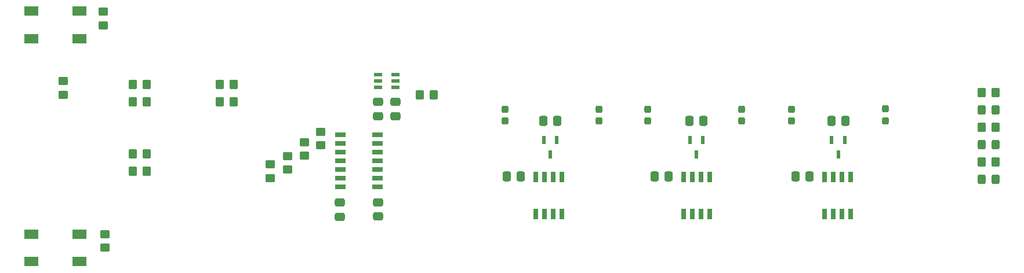
<source format=gtp>
G04 #@! TF.GenerationSoftware,KiCad,Pcbnew,(6.0.6)*
G04 #@! TF.CreationDate,2022-11-03T02:00:48+09:00*
G04 #@! TF.ProjectId,mt_reflowcnt,6d745f72-6566-46c6-9f77-636e742e6b69,rev?*
G04 #@! TF.SameCoordinates,Original*
G04 #@! TF.FileFunction,Paste,Top*
G04 #@! TF.FilePolarity,Positive*
%FSLAX46Y46*%
G04 Gerber Fmt 4.6, Leading zero omitted, Abs format (unit mm)*
G04 Created by KiCad (PCBNEW (6.0.6)) date 2022-11-03 02:00:48*
%MOMM*%
%LPD*%
G01*
G04 APERTURE LIST*
G04 Aperture macros list*
%AMRoundRect*
0 Rectangle with rounded corners*
0 $1 Rounding radius*
0 $2 $3 $4 $5 $6 $7 $8 $9 X,Y pos of 4 corners*
0 Add a 4 corners polygon primitive as box body*
4,1,4,$2,$3,$4,$5,$6,$7,$8,$9,$2,$3,0*
0 Add four circle primitives for the rounded corners*
1,1,$1+$1,$2,$3*
1,1,$1+$1,$4,$5*
1,1,$1+$1,$6,$7*
1,1,$1+$1,$8,$9*
0 Add four rect primitives between the rounded corners*
20,1,$1+$1,$2,$3,$4,$5,0*
20,1,$1+$1,$4,$5,$6,$7,0*
20,1,$1+$1,$6,$7,$8,$9,0*
20,1,$1+$1,$8,$9,$2,$3,0*%
G04 Aperture macros list end*
%ADD10R,2.000000X1.400000*%
%ADD11R,1.200000X0.600000*%
%ADD12R,0.650000X1.525000*%
%ADD13RoundRect,0.250000X-0.450000X0.350000X-0.450000X-0.350000X0.450000X-0.350000X0.450000X0.350000X0*%
%ADD14RoundRect,0.250000X0.325000X0.450000X-0.325000X0.450000X-0.325000X-0.450000X0.325000X-0.450000X0*%
%ADD15RoundRect,0.250000X0.337500X0.475000X-0.337500X0.475000X-0.337500X-0.475000X0.337500X-0.475000X0*%
%ADD16RoundRect,0.250000X0.350000X0.450000X-0.350000X0.450000X-0.350000X-0.450000X0.350000X-0.450000X0*%
%ADD17RoundRect,0.237500X0.237500X-0.287500X0.237500X0.287500X-0.237500X0.287500X-0.237500X-0.287500X0*%
%ADD18RoundRect,0.250000X0.450000X-0.350000X0.450000X0.350000X-0.450000X0.350000X-0.450000X-0.350000X0*%
%ADD19RoundRect,0.250000X-0.475000X0.337500X-0.475000X-0.337500X0.475000X-0.337500X0.475000X0.337500X0*%
%ADD20RoundRect,0.250000X-0.350000X-0.450000X0.350000X-0.450000X0.350000X0.450000X-0.350000X0.450000X0*%
%ADD21R,0.600000X1.250000*%
%ADD22R,1.525000X0.650000*%
G04 APERTURE END LIST*
D10*
G04 #@! TO.C,S2*
X114711600Y-81083400D03*
X121711600Y-81083400D03*
X114711600Y-85083400D03*
X121711600Y-85083400D03*
G04 #@! TD*
D11*
G04 #@! TO.C,IC2*
X167874000Y-92263000D03*
X167874000Y-91313000D03*
X167874000Y-90363000D03*
X165374000Y-90363000D03*
X165374000Y-91313000D03*
X165374000Y-92263000D03*
G04 #@! TD*
D12*
G04 #@! TO.C,IC5*
X234315000Y-105365000D03*
X233045000Y-105365000D03*
X231775000Y-105365000D03*
X230505000Y-105365000D03*
X230505000Y-110789000D03*
X231775000Y-110789000D03*
X233045000Y-110789000D03*
X234315000Y-110789000D03*
G04 #@! TD*
D13*
G04 #@! TO.C,R16*
X154559000Y-100235000D03*
X154559000Y-102235000D03*
G04 #@! TD*
G04 #@! TO.C,R14*
X149606000Y-103521000D03*
X149606000Y-105521000D03*
G04 #@! TD*
D14*
G04 #@! TO.C,D3*
X255542000Y-105664000D03*
X253492000Y-105664000D03*
G04 #@! TD*
D12*
G04 #@! TO.C,IC4*
X213741000Y-105365000D03*
X212471000Y-105365000D03*
X211201000Y-105365000D03*
X209931000Y-105365000D03*
X209931000Y-110789000D03*
X211201000Y-110789000D03*
X212471000Y-110789000D03*
X213741000Y-110789000D03*
G04 #@! TD*
D15*
G04 #@! TO.C,C6*
X207793500Y-105283000D03*
X205718500Y-105283000D03*
G04 #@! TD*
D16*
G04 #@! TO.C,R18*
X173466000Y-93345000D03*
X171466000Y-93345000D03*
G04 #@! TD*
G04 #@! TO.C,R5*
X255524000Y-103124000D03*
X253524000Y-103124000D03*
G04 #@! TD*
G04 #@! TO.C,R9*
X131556000Y-94361000D03*
X129556000Y-94361000D03*
G04 #@! TD*
G04 #@! TO.C,R2*
X255524000Y-92964000D03*
X253524000Y-92964000D03*
G04 #@! TD*
D13*
G04 #@! TO.C,R15*
X152146000Y-102267000D03*
X152146000Y-104267000D03*
G04 #@! TD*
D16*
G04 #@! TO.C,R6*
X131572000Y-104521000D03*
X129572000Y-104521000D03*
G04 #@! TD*
D13*
G04 #@! TO.C,R17*
X156972000Y-98711000D03*
X156972000Y-100711000D03*
G04 #@! TD*
D14*
G04 #@! TO.C,D2*
X255542000Y-100584000D03*
X253492000Y-100584000D03*
G04 #@! TD*
D17*
G04 #@! TO.C,L3*
X204724000Y-97155000D03*
X204724000Y-95405000D03*
G04 #@! TD*
D18*
G04 #@! TO.C,R13*
X125222000Y-83153000D03*
X125222000Y-81153000D03*
G04 #@! TD*
D19*
G04 #@! TO.C,C4*
X167894000Y-94361000D03*
X167894000Y-96436000D03*
G04 #@! TD*
D20*
G04 #@! TO.C,R10*
X142256000Y-91821000D03*
X144256000Y-91821000D03*
G04 #@! TD*
D21*
G04 #@! TO.C,IC8*
X233492000Y-99915000D03*
X231582000Y-99915000D03*
X232537000Y-102015000D03*
G04 #@! TD*
D17*
G04 #@! TO.C,L2*
X197612000Y-97155000D03*
X197612000Y-95405000D03*
G04 #@! TD*
D16*
G04 #@! TO.C,R7*
X131556000Y-101981000D03*
X129556000Y-101981000D03*
G04 #@! TD*
D22*
G04 #@! TO.C,IC1*
X165272000Y-106807000D03*
X165272000Y-105537000D03*
X165272000Y-104267000D03*
X165272000Y-102997000D03*
X165272000Y-101727000D03*
X165272000Y-100457000D03*
X165272000Y-99187000D03*
X159848000Y-99187000D03*
X159848000Y-100457000D03*
X159848000Y-101727000D03*
X159848000Y-102997000D03*
X159848000Y-104267000D03*
X159848000Y-105537000D03*
X159848000Y-106807000D03*
G04 #@! TD*
D17*
G04 #@! TO.C,L6*
X239395000Y-97141000D03*
X239395000Y-95391000D03*
G04 #@! TD*
D10*
G04 #@! TO.C,S1*
X114762400Y-113747800D03*
X121762400Y-113747800D03*
X114762400Y-117747800D03*
X121762400Y-117747800D03*
G04 #@! TD*
D21*
G04 #@! TO.C,IC6*
X191455000Y-99915000D03*
X189545000Y-99915000D03*
X190500000Y-102015000D03*
G04 #@! TD*
D16*
G04 #@! TO.C,R11*
X131556000Y-91821000D03*
X129556000Y-91821000D03*
G04 #@! TD*
D19*
G04 #@! TO.C,C3*
X165354000Y-109050000D03*
X165354000Y-111125000D03*
G04 #@! TD*
D16*
G04 #@! TO.C,R4*
X255508000Y-98044000D03*
X253508000Y-98044000D03*
G04 #@! TD*
D14*
G04 #@! TO.C,D1*
X255524000Y-95504000D03*
X253474000Y-95504000D03*
G04 #@! TD*
D18*
G04 #@! TO.C,R12*
X125476000Y-115697000D03*
X125476000Y-113697000D03*
G04 #@! TD*
D15*
G04 #@! TO.C,C8*
X191516000Y-97155000D03*
X189441000Y-97155000D03*
G04 #@! TD*
G04 #@! TO.C,C7*
X228346000Y-105283000D03*
X226271000Y-105283000D03*
G04 #@! TD*
D20*
G04 #@! TO.C,R8*
X142240000Y-94361000D03*
X144240000Y-94361000D03*
G04 #@! TD*
D21*
G04 #@! TO.C,IC7*
X212791000Y-99915000D03*
X210881000Y-99915000D03*
X211836000Y-102015000D03*
G04 #@! TD*
D17*
G04 #@! TO.C,L4*
X218440000Y-97155000D03*
X218440000Y-95405000D03*
G04 #@! TD*
D15*
G04 #@! TO.C,C10*
X233596000Y-97155000D03*
X231521000Y-97155000D03*
G04 #@! TD*
D19*
G04 #@! TO.C,C1*
X159766000Y-109093000D03*
X159766000Y-111168000D03*
G04 #@! TD*
D15*
G04 #@! TO.C,C9*
X212873500Y-97155000D03*
X210798500Y-97155000D03*
G04 #@! TD*
D19*
G04 #@! TO.C,C2*
X165354000Y-94339500D03*
X165354000Y-96414500D03*
G04 #@! TD*
D15*
G04 #@! TO.C,C5*
X186203500Y-105283000D03*
X184128500Y-105283000D03*
G04 #@! TD*
D17*
G04 #@! TO.C,L5*
X225679000Y-97155000D03*
X225679000Y-95405000D03*
G04 #@! TD*
D13*
G04 #@! TO.C,R1*
X119380000Y-91329000D03*
X119380000Y-93329000D03*
G04 #@! TD*
D17*
G04 #@! TO.C,L1*
X183896000Y-97155000D03*
X183896000Y-95405000D03*
G04 #@! TD*
D12*
G04 #@! TO.C,IC3*
X192151000Y-105365000D03*
X190881000Y-105365000D03*
X189611000Y-105365000D03*
X188341000Y-105365000D03*
X188341000Y-110789000D03*
X189611000Y-110789000D03*
X190881000Y-110789000D03*
X192151000Y-110789000D03*
G04 #@! TD*
M02*

</source>
